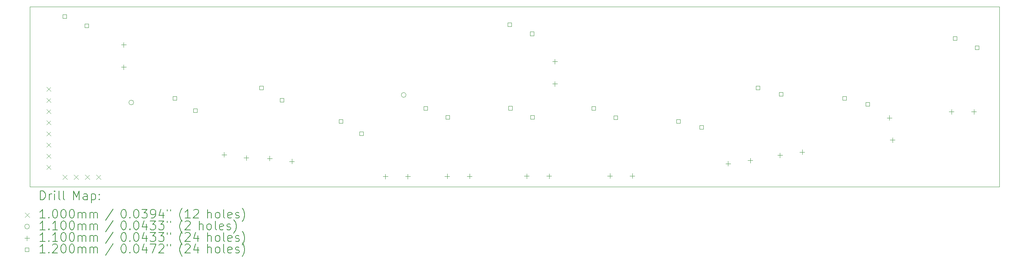
<source format=gbr>
%TF.GenerationSoftware,KiCad,Pcbnew,(7.0.0)*%
%TF.CreationDate,2023-05-23T21:59:02+07:00*%
%TF.ProjectId,top_keyboard_pcb,746f705f-6b65-4796-926f-6172645f7063,rev?*%
%TF.SameCoordinates,Original*%
%TF.FileFunction,Drillmap*%
%TF.FilePolarity,Positive*%
%FSLAX45Y45*%
G04 Gerber Fmt 4.5, Leading zero omitted, Abs format (unit mm)*
G04 Created by KiCad (PCBNEW (7.0.0)) date 2023-05-23 21:59:02*
%MOMM*%
%LPD*%
G01*
G04 APERTURE LIST*
%ADD10C,0.100000*%
%ADD11C,0.200000*%
%ADD12C,0.110000*%
%ADD13C,0.120000*%
G04 APERTURE END LIST*
D10*
X4046453Y-6959636D02*
X26042193Y-6959636D01*
X26042193Y-6959636D02*
X26042193Y-11058065D01*
X26042193Y-11058065D02*
X4046453Y-11058065D01*
X4046453Y-11058065D02*
X4046453Y-6959636D01*
D11*
D10*
X4426993Y-8789211D02*
X4526993Y-8889211D01*
X4526993Y-8789211D02*
X4426993Y-8889211D01*
X4426993Y-9043211D02*
X4526993Y-9143211D01*
X4526993Y-9043211D02*
X4426993Y-9143211D01*
X4426993Y-9297211D02*
X4526993Y-9397211D01*
X4526993Y-9297211D02*
X4426993Y-9397211D01*
X4426993Y-9551211D02*
X4526993Y-9651211D01*
X4526993Y-9551211D02*
X4426993Y-9651211D01*
X4426993Y-9805211D02*
X4526993Y-9905211D01*
X4526993Y-9805211D02*
X4426993Y-9905211D01*
X4426993Y-10059211D02*
X4526993Y-10159211D01*
X4526993Y-10059211D02*
X4426993Y-10159211D01*
X4426993Y-10313211D02*
X4526993Y-10413211D01*
X4526993Y-10313211D02*
X4426993Y-10413211D01*
X4426993Y-10567211D02*
X4526993Y-10667211D01*
X4526993Y-10567211D02*
X4426993Y-10667211D01*
X4795701Y-10793343D02*
X4895701Y-10893343D01*
X4895701Y-10793343D02*
X4795701Y-10893343D01*
X5049701Y-10793343D02*
X5149701Y-10893343D01*
X5149701Y-10793343D02*
X5049701Y-10893343D01*
X5303701Y-10793343D02*
X5403701Y-10893343D01*
X5403701Y-10793343D02*
X5303701Y-10893343D01*
X5557701Y-10793343D02*
X5657701Y-10893343D01*
X5657701Y-10793343D02*
X5557701Y-10893343D01*
D12*
X6405000Y-9144000D02*
G75*
G03*
X6405000Y-9144000I-55000J0D01*
G01*
X12583000Y-8972000D02*
G75*
G03*
X12583000Y-8972000I-55000J0D01*
G01*
X6178000Y-7774000D02*
X6178000Y-7884000D01*
X6123000Y-7829000D02*
X6233000Y-7829000D01*
X6178000Y-8282000D02*
X6178000Y-8392000D01*
X6123000Y-8337000D02*
X6233000Y-8337000D01*
X8454094Y-10276910D02*
X8454094Y-10386910D01*
X8399094Y-10331910D02*
X8509094Y-10331910D01*
X8957150Y-10347610D02*
X8957150Y-10457610D01*
X8902150Y-10402610D02*
X9012150Y-10402610D01*
X9488993Y-10359727D02*
X9488993Y-10469727D01*
X9433993Y-10414727D02*
X9543993Y-10414727D01*
X9992050Y-10430427D02*
X9992050Y-10540427D01*
X9937050Y-10485427D02*
X10047050Y-10485427D01*
X12111080Y-10770031D02*
X12111080Y-10880031D01*
X12056080Y-10825031D02*
X12166080Y-10825031D01*
X12619080Y-10770031D02*
X12619080Y-10880031D01*
X12564080Y-10825031D02*
X12674080Y-10825031D01*
X13515553Y-10765613D02*
X13515553Y-10875613D01*
X13460553Y-10820613D02*
X13570553Y-10820613D01*
X14023553Y-10765613D02*
X14023553Y-10875613D01*
X13968553Y-10820613D02*
X14078553Y-10820613D01*
X15315171Y-10764141D02*
X15315171Y-10874141D01*
X15260171Y-10819141D02*
X15370171Y-10819141D01*
X15823171Y-10764141D02*
X15823171Y-10874141D01*
X15768171Y-10819141D02*
X15878171Y-10819141D01*
X15957000Y-8155000D02*
X15957000Y-8265000D01*
X15902000Y-8210000D02*
X16012000Y-8210000D01*
X15957000Y-8663000D02*
X15957000Y-8773000D01*
X15902000Y-8718000D02*
X16012000Y-8718000D01*
X17206095Y-10759723D02*
X17206095Y-10869723D01*
X17151095Y-10814723D02*
X17261095Y-10814723D01*
X17714095Y-10759723D02*
X17714095Y-10869723D01*
X17659095Y-10814723D02*
X17769095Y-10814723D01*
X19884094Y-10478090D02*
X19884094Y-10588090D01*
X19829094Y-10533090D02*
X19939094Y-10533090D01*
X20387150Y-10407390D02*
X20387150Y-10517390D01*
X20332150Y-10462390D02*
X20442150Y-10462390D01*
X21062570Y-10289733D02*
X21062570Y-10399733D01*
X21007570Y-10344733D02*
X21117570Y-10344733D01*
X21565626Y-10219033D02*
X21565626Y-10329033D01*
X21510626Y-10274033D02*
X21620626Y-10274033D01*
X23543390Y-9439850D02*
X23543390Y-9549850D01*
X23488390Y-9494850D02*
X23598390Y-9494850D01*
X23614090Y-9942907D02*
X23614090Y-10052907D01*
X23559090Y-9997907D02*
X23669090Y-9997907D01*
X24952218Y-9298000D02*
X24952218Y-9408000D01*
X24897218Y-9353000D02*
X25007218Y-9353000D01*
X25460218Y-9298000D02*
X25460218Y-9408000D01*
X25405218Y-9353000D02*
X25515218Y-9353000D01*
D13*
X4878245Y-7227021D02*
X4878245Y-7142167D01*
X4793391Y-7142167D01*
X4793391Y-7227021D01*
X4878245Y-7227021D01*
X5378245Y-7437021D02*
X5378245Y-7352167D01*
X5293391Y-7352167D01*
X5293391Y-7437021D01*
X5378245Y-7437021D01*
X7381119Y-9091209D02*
X7381119Y-9006355D01*
X7296266Y-9006355D01*
X7296266Y-9091209D01*
X7381119Y-9091209D01*
X7847027Y-9368751D02*
X7847027Y-9283898D01*
X7762173Y-9283898D01*
X7762173Y-9368751D01*
X7847027Y-9368751D01*
X9339418Y-8852634D02*
X9339418Y-8767781D01*
X9254565Y-8767781D01*
X9254565Y-8852634D01*
X9339418Y-8852634D01*
X9805326Y-9130177D02*
X9805326Y-9045323D01*
X9720472Y-9045323D01*
X9720472Y-9130177D01*
X9805326Y-9130177D01*
X11148549Y-9613638D02*
X11148549Y-9528784D01*
X11063696Y-9528784D01*
X11063696Y-9613638D01*
X11148549Y-9613638D01*
X11614457Y-9891180D02*
X11614457Y-9806327D01*
X11529603Y-9806327D01*
X11529603Y-9891180D01*
X11614457Y-9891180D01*
X13065832Y-9314435D02*
X13065832Y-9229581D01*
X12980978Y-9229581D01*
X12980978Y-9314435D01*
X13065832Y-9314435D01*
X13565832Y-9524435D02*
X13565832Y-9439581D01*
X13480978Y-9439581D01*
X13480978Y-9524435D01*
X13565832Y-9524435D01*
X14976156Y-7409971D02*
X14976156Y-7325117D01*
X14891302Y-7325117D01*
X14891302Y-7409971D01*
X14976156Y-7409971D01*
X14986427Y-9313427D02*
X14986427Y-9228573D01*
X14901573Y-9228573D01*
X14901573Y-9313427D01*
X14986427Y-9313427D01*
X15476156Y-7619971D02*
X15476156Y-7535117D01*
X15391302Y-7535117D01*
X15391302Y-7619971D01*
X15476156Y-7619971D01*
X15486427Y-9523427D02*
X15486427Y-9438573D01*
X15401573Y-9438573D01*
X15401573Y-9523427D01*
X15486427Y-9523427D01*
X16877356Y-9315714D02*
X16877356Y-9230860D01*
X16792502Y-9230860D01*
X16792502Y-9315714D01*
X16877356Y-9315714D01*
X17377356Y-9525714D02*
X17377356Y-9440860D01*
X17292502Y-9440860D01*
X17292502Y-9525714D01*
X17377356Y-9525714D01*
X18797191Y-9614827D02*
X18797191Y-9529974D01*
X18712338Y-9529974D01*
X18712338Y-9614827D01*
X18797191Y-9614827D01*
X19321552Y-9753197D02*
X19321552Y-9668343D01*
X19236698Y-9668343D01*
X19236698Y-9753197D01*
X19321552Y-9753197D01*
X20603068Y-8856028D02*
X20603068Y-8771174D01*
X20518214Y-8771174D01*
X20518214Y-8856028D01*
X20603068Y-8856028D01*
X21127428Y-8994398D02*
X21127428Y-8909544D01*
X21042575Y-8909544D01*
X21042575Y-8994398D01*
X21127428Y-8994398D01*
X22564680Y-9087975D02*
X22564680Y-9003122D01*
X22479826Y-9003122D01*
X22479826Y-9087975D01*
X22564680Y-9087975D01*
X23089040Y-9226345D02*
X23089040Y-9141491D01*
X23004187Y-9141491D01*
X23004187Y-9226345D01*
X23089040Y-9226345D01*
X25074228Y-7728014D02*
X25074228Y-7643160D01*
X24989374Y-7643160D01*
X24989374Y-7728014D01*
X25074228Y-7728014D01*
X25574228Y-7938014D02*
X25574228Y-7853160D01*
X25489374Y-7853160D01*
X25489374Y-7938014D01*
X25574228Y-7938014D01*
D11*
X4289072Y-11356541D02*
X4289072Y-11156541D01*
X4289072Y-11156541D02*
X4336691Y-11156541D01*
X4336691Y-11156541D02*
X4365262Y-11166065D01*
X4365262Y-11166065D02*
X4384310Y-11185112D01*
X4384310Y-11185112D02*
X4393834Y-11204160D01*
X4393834Y-11204160D02*
X4403358Y-11242255D01*
X4403358Y-11242255D02*
X4403358Y-11270826D01*
X4403358Y-11270826D02*
X4393834Y-11308922D01*
X4393834Y-11308922D02*
X4384310Y-11327969D01*
X4384310Y-11327969D02*
X4365262Y-11347017D01*
X4365262Y-11347017D02*
X4336691Y-11356541D01*
X4336691Y-11356541D02*
X4289072Y-11356541D01*
X4489072Y-11356541D02*
X4489072Y-11223207D01*
X4489072Y-11261303D02*
X4498596Y-11242255D01*
X4498596Y-11242255D02*
X4508120Y-11232731D01*
X4508120Y-11232731D02*
X4527167Y-11223207D01*
X4527167Y-11223207D02*
X4546215Y-11223207D01*
X4612881Y-11356541D02*
X4612881Y-11223207D01*
X4612881Y-11156541D02*
X4603358Y-11166065D01*
X4603358Y-11166065D02*
X4612881Y-11175588D01*
X4612881Y-11175588D02*
X4622405Y-11166065D01*
X4622405Y-11166065D02*
X4612881Y-11156541D01*
X4612881Y-11156541D02*
X4612881Y-11175588D01*
X4736691Y-11356541D02*
X4717643Y-11347017D01*
X4717643Y-11347017D02*
X4708120Y-11327969D01*
X4708120Y-11327969D02*
X4708120Y-11156541D01*
X4841453Y-11356541D02*
X4822405Y-11347017D01*
X4822405Y-11347017D02*
X4812881Y-11327969D01*
X4812881Y-11327969D02*
X4812881Y-11156541D01*
X5037643Y-11356541D02*
X5037643Y-11156541D01*
X5037643Y-11156541D02*
X5104310Y-11299398D01*
X5104310Y-11299398D02*
X5170977Y-11156541D01*
X5170977Y-11156541D02*
X5170977Y-11356541D01*
X5351929Y-11356541D02*
X5351929Y-11251779D01*
X5351929Y-11251779D02*
X5342405Y-11232731D01*
X5342405Y-11232731D02*
X5323358Y-11223207D01*
X5323358Y-11223207D02*
X5285262Y-11223207D01*
X5285262Y-11223207D02*
X5266215Y-11232731D01*
X5351929Y-11347017D02*
X5332881Y-11356541D01*
X5332881Y-11356541D02*
X5285262Y-11356541D01*
X5285262Y-11356541D02*
X5266215Y-11347017D01*
X5266215Y-11347017D02*
X5256691Y-11327969D01*
X5256691Y-11327969D02*
X5256691Y-11308922D01*
X5256691Y-11308922D02*
X5266215Y-11289874D01*
X5266215Y-11289874D02*
X5285262Y-11280350D01*
X5285262Y-11280350D02*
X5332881Y-11280350D01*
X5332881Y-11280350D02*
X5351929Y-11270826D01*
X5447167Y-11223207D02*
X5447167Y-11423207D01*
X5447167Y-11232731D02*
X5466215Y-11223207D01*
X5466215Y-11223207D02*
X5504310Y-11223207D01*
X5504310Y-11223207D02*
X5523358Y-11232731D01*
X5523358Y-11232731D02*
X5532881Y-11242255D01*
X5532881Y-11242255D02*
X5542405Y-11261303D01*
X5542405Y-11261303D02*
X5542405Y-11318445D01*
X5542405Y-11318445D02*
X5532881Y-11337493D01*
X5532881Y-11337493D02*
X5523358Y-11347017D01*
X5523358Y-11347017D02*
X5504310Y-11356541D01*
X5504310Y-11356541D02*
X5466215Y-11356541D01*
X5466215Y-11356541D02*
X5447167Y-11347017D01*
X5628119Y-11337493D02*
X5637643Y-11347017D01*
X5637643Y-11347017D02*
X5628119Y-11356541D01*
X5628119Y-11356541D02*
X5618596Y-11347017D01*
X5618596Y-11347017D02*
X5628119Y-11337493D01*
X5628119Y-11337493D02*
X5628119Y-11356541D01*
X5628119Y-11232731D02*
X5637643Y-11242255D01*
X5637643Y-11242255D02*
X5628119Y-11251779D01*
X5628119Y-11251779D02*
X5618596Y-11242255D01*
X5618596Y-11242255D02*
X5628119Y-11232731D01*
X5628119Y-11232731D02*
X5628119Y-11251779D01*
D10*
X3941453Y-11653065D02*
X4041453Y-11753065D01*
X4041453Y-11653065D02*
X3941453Y-11753065D01*
D11*
X4393834Y-11776541D02*
X4279548Y-11776541D01*
X4336691Y-11776541D02*
X4336691Y-11576541D01*
X4336691Y-11576541D02*
X4317643Y-11605112D01*
X4317643Y-11605112D02*
X4298596Y-11624160D01*
X4298596Y-11624160D02*
X4279548Y-11633684D01*
X4479548Y-11757493D02*
X4489072Y-11767017D01*
X4489072Y-11767017D02*
X4479548Y-11776541D01*
X4479548Y-11776541D02*
X4470024Y-11767017D01*
X4470024Y-11767017D02*
X4479548Y-11757493D01*
X4479548Y-11757493D02*
X4479548Y-11776541D01*
X4612881Y-11576541D02*
X4631929Y-11576541D01*
X4631929Y-11576541D02*
X4650977Y-11586065D01*
X4650977Y-11586065D02*
X4660501Y-11595588D01*
X4660501Y-11595588D02*
X4670024Y-11614636D01*
X4670024Y-11614636D02*
X4679548Y-11652731D01*
X4679548Y-11652731D02*
X4679548Y-11700350D01*
X4679548Y-11700350D02*
X4670024Y-11738445D01*
X4670024Y-11738445D02*
X4660501Y-11757493D01*
X4660501Y-11757493D02*
X4650977Y-11767017D01*
X4650977Y-11767017D02*
X4631929Y-11776541D01*
X4631929Y-11776541D02*
X4612881Y-11776541D01*
X4612881Y-11776541D02*
X4593834Y-11767017D01*
X4593834Y-11767017D02*
X4584310Y-11757493D01*
X4584310Y-11757493D02*
X4574786Y-11738445D01*
X4574786Y-11738445D02*
X4565262Y-11700350D01*
X4565262Y-11700350D02*
X4565262Y-11652731D01*
X4565262Y-11652731D02*
X4574786Y-11614636D01*
X4574786Y-11614636D02*
X4584310Y-11595588D01*
X4584310Y-11595588D02*
X4593834Y-11586065D01*
X4593834Y-11586065D02*
X4612881Y-11576541D01*
X4803358Y-11576541D02*
X4822405Y-11576541D01*
X4822405Y-11576541D02*
X4841453Y-11586065D01*
X4841453Y-11586065D02*
X4850977Y-11595588D01*
X4850977Y-11595588D02*
X4860501Y-11614636D01*
X4860501Y-11614636D02*
X4870024Y-11652731D01*
X4870024Y-11652731D02*
X4870024Y-11700350D01*
X4870024Y-11700350D02*
X4860501Y-11738445D01*
X4860501Y-11738445D02*
X4850977Y-11757493D01*
X4850977Y-11757493D02*
X4841453Y-11767017D01*
X4841453Y-11767017D02*
X4822405Y-11776541D01*
X4822405Y-11776541D02*
X4803358Y-11776541D01*
X4803358Y-11776541D02*
X4784310Y-11767017D01*
X4784310Y-11767017D02*
X4774786Y-11757493D01*
X4774786Y-11757493D02*
X4765262Y-11738445D01*
X4765262Y-11738445D02*
X4755739Y-11700350D01*
X4755739Y-11700350D02*
X4755739Y-11652731D01*
X4755739Y-11652731D02*
X4765262Y-11614636D01*
X4765262Y-11614636D02*
X4774786Y-11595588D01*
X4774786Y-11595588D02*
X4784310Y-11586065D01*
X4784310Y-11586065D02*
X4803358Y-11576541D01*
X4993834Y-11576541D02*
X5012882Y-11576541D01*
X5012882Y-11576541D02*
X5031929Y-11586065D01*
X5031929Y-11586065D02*
X5041453Y-11595588D01*
X5041453Y-11595588D02*
X5050977Y-11614636D01*
X5050977Y-11614636D02*
X5060501Y-11652731D01*
X5060501Y-11652731D02*
X5060501Y-11700350D01*
X5060501Y-11700350D02*
X5050977Y-11738445D01*
X5050977Y-11738445D02*
X5041453Y-11757493D01*
X5041453Y-11757493D02*
X5031929Y-11767017D01*
X5031929Y-11767017D02*
X5012882Y-11776541D01*
X5012882Y-11776541D02*
X4993834Y-11776541D01*
X4993834Y-11776541D02*
X4974786Y-11767017D01*
X4974786Y-11767017D02*
X4965262Y-11757493D01*
X4965262Y-11757493D02*
X4955739Y-11738445D01*
X4955739Y-11738445D02*
X4946215Y-11700350D01*
X4946215Y-11700350D02*
X4946215Y-11652731D01*
X4946215Y-11652731D02*
X4955739Y-11614636D01*
X4955739Y-11614636D02*
X4965262Y-11595588D01*
X4965262Y-11595588D02*
X4974786Y-11586065D01*
X4974786Y-11586065D02*
X4993834Y-11576541D01*
X5146215Y-11776541D02*
X5146215Y-11643207D01*
X5146215Y-11662255D02*
X5155739Y-11652731D01*
X5155739Y-11652731D02*
X5174786Y-11643207D01*
X5174786Y-11643207D02*
X5203358Y-11643207D01*
X5203358Y-11643207D02*
X5222405Y-11652731D01*
X5222405Y-11652731D02*
X5231929Y-11671779D01*
X5231929Y-11671779D02*
X5231929Y-11776541D01*
X5231929Y-11671779D02*
X5241453Y-11652731D01*
X5241453Y-11652731D02*
X5260501Y-11643207D01*
X5260501Y-11643207D02*
X5289072Y-11643207D01*
X5289072Y-11643207D02*
X5308120Y-11652731D01*
X5308120Y-11652731D02*
X5317643Y-11671779D01*
X5317643Y-11671779D02*
X5317643Y-11776541D01*
X5412882Y-11776541D02*
X5412882Y-11643207D01*
X5412882Y-11662255D02*
X5422405Y-11652731D01*
X5422405Y-11652731D02*
X5441453Y-11643207D01*
X5441453Y-11643207D02*
X5470024Y-11643207D01*
X5470024Y-11643207D02*
X5489072Y-11652731D01*
X5489072Y-11652731D02*
X5498596Y-11671779D01*
X5498596Y-11671779D02*
X5498596Y-11776541D01*
X5498596Y-11671779D02*
X5508120Y-11652731D01*
X5508120Y-11652731D02*
X5527167Y-11643207D01*
X5527167Y-11643207D02*
X5555739Y-11643207D01*
X5555739Y-11643207D02*
X5574786Y-11652731D01*
X5574786Y-11652731D02*
X5584310Y-11671779D01*
X5584310Y-11671779D02*
X5584310Y-11776541D01*
X5942405Y-11567017D02*
X5770977Y-11824160D01*
X6167167Y-11576541D02*
X6186215Y-11576541D01*
X6186215Y-11576541D02*
X6205262Y-11586065D01*
X6205262Y-11586065D02*
X6214786Y-11595588D01*
X6214786Y-11595588D02*
X6224310Y-11614636D01*
X6224310Y-11614636D02*
X6233834Y-11652731D01*
X6233834Y-11652731D02*
X6233834Y-11700350D01*
X6233834Y-11700350D02*
X6224310Y-11738445D01*
X6224310Y-11738445D02*
X6214786Y-11757493D01*
X6214786Y-11757493D02*
X6205262Y-11767017D01*
X6205262Y-11767017D02*
X6186215Y-11776541D01*
X6186215Y-11776541D02*
X6167167Y-11776541D01*
X6167167Y-11776541D02*
X6148120Y-11767017D01*
X6148120Y-11767017D02*
X6138596Y-11757493D01*
X6138596Y-11757493D02*
X6129072Y-11738445D01*
X6129072Y-11738445D02*
X6119548Y-11700350D01*
X6119548Y-11700350D02*
X6119548Y-11652731D01*
X6119548Y-11652731D02*
X6129072Y-11614636D01*
X6129072Y-11614636D02*
X6138596Y-11595588D01*
X6138596Y-11595588D02*
X6148120Y-11586065D01*
X6148120Y-11586065D02*
X6167167Y-11576541D01*
X6319548Y-11757493D02*
X6329072Y-11767017D01*
X6329072Y-11767017D02*
X6319548Y-11776541D01*
X6319548Y-11776541D02*
X6310024Y-11767017D01*
X6310024Y-11767017D02*
X6319548Y-11757493D01*
X6319548Y-11757493D02*
X6319548Y-11776541D01*
X6452881Y-11576541D02*
X6471929Y-11576541D01*
X6471929Y-11576541D02*
X6490977Y-11586065D01*
X6490977Y-11586065D02*
X6500501Y-11595588D01*
X6500501Y-11595588D02*
X6510024Y-11614636D01*
X6510024Y-11614636D02*
X6519548Y-11652731D01*
X6519548Y-11652731D02*
X6519548Y-11700350D01*
X6519548Y-11700350D02*
X6510024Y-11738445D01*
X6510024Y-11738445D02*
X6500501Y-11757493D01*
X6500501Y-11757493D02*
X6490977Y-11767017D01*
X6490977Y-11767017D02*
X6471929Y-11776541D01*
X6471929Y-11776541D02*
X6452881Y-11776541D01*
X6452881Y-11776541D02*
X6433834Y-11767017D01*
X6433834Y-11767017D02*
X6424310Y-11757493D01*
X6424310Y-11757493D02*
X6414786Y-11738445D01*
X6414786Y-11738445D02*
X6405262Y-11700350D01*
X6405262Y-11700350D02*
X6405262Y-11652731D01*
X6405262Y-11652731D02*
X6414786Y-11614636D01*
X6414786Y-11614636D02*
X6424310Y-11595588D01*
X6424310Y-11595588D02*
X6433834Y-11586065D01*
X6433834Y-11586065D02*
X6452881Y-11576541D01*
X6586215Y-11576541D02*
X6710024Y-11576541D01*
X6710024Y-11576541D02*
X6643358Y-11652731D01*
X6643358Y-11652731D02*
X6671929Y-11652731D01*
X6671929Y-11652731D02*
X6690977Y-11662255D01*
X6690977Y-11662255D02*
X6700501Y-11671779D01*
X6700501Y-11671779D02*
X6710024Y-11690826D01*
X6710024Y-11690826D02*
X6710024Y-11738445D01*
X6710024Y-11738445D02*
X6700501Y-11757493D01*
X6700501Y-11757493D02*
X6690977Y-11767017D01*
X6690977Y-11767017D02*
X6671929Y-11776541D01*
X6671929Y-11776541D02*
X6614786Y-11776541D01*
X6614786Y-11776541D02*
X6595739Y-11767017D01*
X6595739Y-11767017D02*
X6586215Y-11757493D01*
X6805262Y-11776541D02*
X6843358Y-11776541D01*
X6843358Y-11776541D02*
X6862405Y-11767017D01*
X6862405Y-11767017D02*
X6871929Y-11757493D01*
X6871929Y-11757493D02*
X6890977Y-11728922D01*
X6890977Y-11728922D02*
X6900501Y-11690826D01*
X6900501Y-11690826D02*
X6900501Y-11614636D01*
X6900501Y-11614636D02*
X6890977Y-11595588D01*
X6890977Y-11595588D02*
X6881453Y-11586065D01*
X6881453Y-11586065D02*
X6862405Y-11576541D01*
X6862405Y-11576541D02*
X6824310Y-11576541D01*
X6824310Y-11576541D02*
X6805262Y-11586065D01*
X6805262Y-11586065D02*
X6795739Y-11595588D01*
X6795739Y-11595588D02*
X6786215Y-11614636D01*
X6786215Y-11614636D02*
X6786215Y-11662255D01*
X6786215Y-11662255D02*
X6795739Y-11681303D01*
X6795739Y-11681303D02*
X6805262Y-11690826D01*
X6805262Y-11690826D02*
X6824310Y-11700350D01*
X6824310Y-11700350D02*
X6862405Y-11700350D01*
X6862405Y-11700350D02*
X6881453Y-11690826D01*
X6881453Y-11690826D02*
X6890977Y-11681303D01*
X6890977Y-11681303D02*
X6900501Y-11662255D01*
X7071929Y-11643207D02*
X7071929Y-11776541D01*
X7024310Y-11567017D02*
X6976691Y-11709874D01*
X6976691Y-11709874D02*
X7100501Y-11709874D01*
X7167167Y-11576541D02*
X7167167Y-11614636D01*
X7243358Y-11576541D02*
X7243358Y-11614636D01*
X7506215Y-11852731D02*
X7496691Y-11843207D01*
X7496691Y-11843207D02*
X7477643Y-11814636D01*
X7477643Y-11814636D02*
X7468120Y-11795588D01*
X7468120Y-11795588D02*
X7458596Y-11767017D01*
X7458596Y-11767017D02*
X7449072Y-11719398D01*
X7449072Y-11719398D02*
X7449072Y-11681303D01*
X7449072Y-11681303D02*
X7458596Y-11633684D01*
X7458596Y-11633684D02*
X7468120Y-11605112D01*
X7468120Y-11605112D02*
X7477643Y-11586065D01*
X7477643Y-11586065D02*
X7496691Y-11557493D01*
X7496691Y-11557493D02*
X7506215Y-11547969D01*
X7687167Y-11776541D02*
X7572882Y-11776541D01*
X7630024Y-11776541D02*
X7630024Y-11576541D01*
X7630024Y-11576541D02*
X7610977Y-11605112D01*
X7610977Y-11605112D02*
X7591929Y-11624160D01*
X7591929Y-11624160D02*
X7572882Y-11633684D01*
X7763358Y-11595588D02*
X7772882Y-11586065D01*
X7772882Y-11586065D02*
X7791929Y-11576541D01*
X7791929Y-11576541D02*
X7839548Y-11576541D01*
X7839548Y-11576541D02*
X7858596Y-11586065D01*
X7858596Y-11586065D02*
X7868120Y-11595588D01*
X7868120Y-11595588D02*
X7877643Y-11614636D01*
X7877643Y-11614636D02*
X7877643Y-11633684D01*
X7877643Y-11633684D02*
X7868120Y-11662255D01*
X7868120Y-11662255D02*
X7753834Y-11776541D01*
X7753834Y-11776541D02*
X7877643Y-11776541D01*
X8083358Y-11776541D02*
X8083358Y-11576541D01*
X8169072Y-11776541D02*
X8169072Y-11671779D01*
X8169072Y-11671779D02*
X8159548Y-11652731D01*
X8159548Y-11652731D02*
X8140501Y-11643207D01*
X8140501Y-11643207D02*
X8111929Y-11643207D01*
X8111929Y-11643207D02*
X8092882Y-11652731D01*
X8092882Y-11652731D02*
X8083358Y-11662255D01*
X8292882Y-11776541D02*
X8273834Y-11767017D01*
X8273834Y-11767017D02*
X8264310Y-11757493D01*
X8264310Y-11757493D02*
X8254786Y-11738445D01*
X8254786Y-11738445D02*
X8254786Y-11681303D01*
X8254786Y-11681303D02*
X8264310Y-11662255D01*
X8264310Y-11662255D02*
X8273834Y-11652731D01*
X8273834Y-11652731D02*
X8292882Y-11643207D01*
X8292882Y-11643207D02*
X8321453Y-11643207D01*
X8321453Y-11643207D02*
X8340501Y-11652731D01*
X8340501Y-11652731D02*
X8350024Y-11662255D01*
X8350024Y-11662255D02*
X8359548Y-11681303D01*
X8359548Y-11681303D02*
X8359548Y-11738445D01*
X8359548Y-11738445D02*
X8350024Y-11757493D01*
X8350024Y-11757493D02*
X8340501Y-11767017D01*
X8340501Y-11767017D02*
X8321453Y-11776541D01*
X8321453Y-11776541D02*
X8292882Y-11776541D01*
X8473834Y-11776541D02*
X8454786Y-11767017D01*
X8454786Y-11767017D02*
X8445263Y-11747969D01*
X8445263Y-11747969D02*
X8445263Y-11576541D01*
X8626215Y-11767017D02*
X8607167Y-11776541D01*
X8607167Y-11776541D02*
X8569072Y-11776541D01*
X8569072Y-11776541D02*
X8550025Y-11767017D01*
X8550025Y-11767017D02*
X8540501Y-11747969D01*
X8540501Y-11747969D02*
X8540501Y-11671779D01*
X8540501Y-11671779D02*
X8550025Y-11652731D01*
X8550025Y-11652731D02*
X8569072Y-11643207D01*
X8569072Y-11643207D02*
X8607167Y-11643207D01*
X8607167Y-11643207D02*
X8626215Y-11652731D01*
X8626215Y-11652731D02*
X8635739Y-11671779D01*
X8635739Y-11671779D02*
X8635739Y-11690826D01*
X8635739Y-11690826D02*
X8540501Y-11709874D01*
X8711929Y-11767017D02*
X8730977Y-11776541D01*
X8730977Y-11776541D02*
X8769072Y-11776541D01*
X8769072Y-11776541D02*
X8788120Y-11767017D01*
X8788120Y-11767017D02*
X8797644Y-11747969D01*
X8797644Y-11747969D02*
X8797644Y-11738445D01*
X8797644Y-11738445D02*
X8788120Y-11719398D01*
X8788120Y-11719398D02*
X8769072Y-11709874D01*
X8769072Y-11709874D02*
X8740501Y-11709874D01*
X8740501Y-11709874D02*
X8721453Y-11700350D01*
X8721453Y-11700350D02*
X8711929Y-11681303D01*
X8711929Y-11681303D02*
X8711929Y-11671779D01*
X8711929Y-11671779D02*
X8721453Y-11652731D01*
X8721453Y-11652731D02*
X8740501Y-11643207D01*
X8740501Y-11643207D02*
X8769072Y-11643207D01*
X8769072Y-11643207D02*
X8788120Y-11652731D01*
X8864310Y-11852731D02*
X8873834Y-11843207D01*
X8873834Y-11843207D02*
X8892882Y-11814636D01*
X8892882Y-11814636D02*
X8902406Y-11795588D01*
X8902406Y-11795588D02*
X8911929Y-11767017D01*
X8911929Y-11767017D02*
X8921453Y-11719398D01*
X8921453Y-11719398D02*
X8921453Y-11681303D01*
X8921453Y-11681303D02*
X8911929Y-11633684D01*
X8911929Y-11633684D02*
X8902406Y-11605112D01*
X8902406Y-11605112D02*
X8892882Y-11586065D01*
X8892882Y-11586065D02*
X8873834Y-11557493D01*
X8873834Y-11557493D02*
X8864310Y-11547969D01*
D12*
X4041453Y-11967065D02*
G75*
G03*
X4041453Y-11967065I-55000J0D01*
G01*
D11*
X4393834Y-12040541D02*
X4279548Y-12040541D01*
X4336691Y-12040541D02*
X4336691Y-11840541D01*
X4336691Y-11840541D02*
X4317643Y-11869112D01*
X4317643Y-11869112D02*
X4298596Y-11888160D01*
X4298596Y-11888160D02*
X4279548Y-11897684D01*
X4479548Y-12021493D02*
X4489072Y-12031017D01*
X4489072Y-12031017D02*
X4479548Y-12040541D01*
X4479548Y-12040541D02*
X4470024Y-12031017D01*
X4470024Y-12031017D02*
X4479548Y-12021493D01*
X4479548Y-12021493D02*
X4479548Y-12040541D01*
X4679548Y-12040541D02*
X4565262Y-12040541D01*
X4622405Y-12040541D02*
X4622405Y-11840541D01*
X4622405Y-11840541D02*
X4603358Y-11869112D01*
X4603358Y-11869112D02*
X4584310Y-11888160D01*
X4584310Y-11888160D02*
X4565262Y-11897684D01*
X4803358Y-11840541D02*
X4822405Y-11840541D01*
X4822405Y-11840541D02*
X4841453Y-11850065D01*
X4841453Y-11850065D02*
X4850977Y-11859588D01*
X4850977Y-11859588D02*
X4860501Y-11878636D01*
X4860501Y-11878636D02*
X4870024Y-11916731D01*
X4870024Y-11916731D02*
X4870024Y-11964350D01*
X4870024Y-11964350D02*
X4860501Y-12002445D01*
X4860501Y-12002445D02*
X4850977Y-12021493D01*
X4850977Y-12021493D02*
X4841453Y-12031017D01*
X4841453Y-12031017D02*
X4822405Y-12040541D01*
X4822405Y-12040541D02*
X4803358Y-12040541D01*
X4803358Y-12040541D02*
X4784310Y-12031017D01*
X4784310Y-12031017D02*
X4774786Y-12021493D01*
X4774786Y-12021493D02*
X4765262Y-12002445D01*
X4765262Y-12002445D02*
X4755739Y-11964350D01*
X4755739Y-11964350D02*
X4755739Y-11916731D01*
X4755739Y-11916731D02*
X4765262Y-11878636D01*
X4765262Y-11878636D02*
X4774786Y-11859588D01*
X4774786Y-11859588D02*
X4784310Y-11850065D01*
X4784310Y-11850065D02*
X4803358Y-11840541D01*
X4993834Y-11840541D02*
X5012882Y-11840541D01*
X5012882Y-11840541D02*
X5031929Y-11850065D01*
X5031929Y-11850065D02*
X5041453Y-11859588D01*
X5041453Y-11859588D02*
X5050977Y-11878636D01*
X5050977Y-11878636D02*
X5060501Y-11916731D01*
X5060501Y-11916731D02*
X5060501Y-11964350D01*
X5060501Y-11964350D02*
X5050977Y-12002445D01*
X5050977Y-12002445D02*
X5041453Y-12021493D01*
X5041453Y-12021493D02*
X5031929Y-12031017D01*
X5031929Y-12031017D02*
X5012882Y-12040541D01*
X5012882Y-12040541D02*
X4993834Y-12040541D01*
X4993834Y-12040541D02*
X4974786Y-12031017D01*
X4974786Y-12031017D02*
X4965262Y-12021493D01*
X4965262Y-12021493D02*
X4955739Y-12002445D01*
X4955739Y-12002445D02*
X4946215Y-11964350D01*
X4946215Y-11964350D02*
X4946215Y-11916731D01*
X4946215Y-11916731D02*
X4955739Y-11878636D01*
X4955739Y-11878636D02*
X4965262Y-11859588D01*
X4965262Y-11859588D02*
X4974786Y-11850065D01*
X4974786Y-11850065D02*
X4993834Y-11840541D01*
X5146215Y-12040541D02*
X5146215Y-11907207D01*
X5146215Y-11926255D02*
X5155739Y-11916731D01*
X5155739Y-11916731D02*
X5174786Y-11907207D01*
X5174786Y-11907207D02*
X5203358Y-11907207D01*
X5203358Y-11907207D02*
X5222405Y-11916731D01*
X5222405Y-11916731D02*
X5231929Y-11935779D01*
X5231929Y-11935779D02*
X5231929Y-12040541D01*
X5231929Y-11935779D02*
X5241453Y-11916731D01*
X5241453Y-11916731D02*
X5260501Y-11907207D01*
X5260501Y-11907207D02*
X5289072Y-11907207D01*
X5289072Y-11907207D02*
X5308120Y-11916731D01*
X5308120Y-11916731D02*
X5317643Y-11935779D01*
X5317643Y-11935779D02*
X5317643Y-12040541D01*
X5412882Y-12040541D02*
X5412882Y-11907207D01*
X5412882Y-11926255D02*
X5422405Y-11916731D01*
X5422405Y-11916731D02*
X5441453Y-11907207D01*
X5441453Y-11907207D02*
X5470024Y-11907207D01*
X5470024Y-11907207D02*
X5489072Y-11916731D01*
X5489072Y-11916731D02*
X5498596Y-11935779D01*
X5498596Y-11935779D02*
X5498596Y-12040541D01*
X5498596Y-11935779D02*
X5508120Y-11916731D01*
X5508120Y-11916731D02*
X5527167Y-11907207D01*
X5527167Y-11907207D02*
X5555739Y-11907207D01*
X5555739Y-11907207D02*
X5574786Y-11916731D01*
X5574786Y-11916731D02*
X5584310Y-11935779D01*
X5584310Y-11935779D02*
X5584310Y-12040541D01*
X5942405Y-11831017D02*
X5770977Y-12088160D01*
X6167167Y-11840541D02*
X6186215Y-11840541D01*
X6186215Y-11840541D02*
X6205262Y-11850065D01*
X6205262Y-11850065D02*
X6214786Y-11859588D01*
X6214786Y-11859588D02*
X6224310Y-11878636D01*
X6224310Y-11878636D02*
X6233834Y-11916731D01*
X6233834Y-11916731D02*
X6233834Y-11964350D01*
X6233834Y-11964350D02*
X6224310Y-12002445D01*
X6224310Y-12002445D02*
X6214786Y-12021493D01*
X6214786Y-12021493D02*
X6205262Y-12031017D01*
X6205262Y-12031017D02*
X6186215Y-12040541D01*
X6186215Y-12040541D02*
X6167167Y-12040541D01*
X6167167Y-12040541D02*
X6148120Y-12031017D01*
X6148120Y-12031017D02*
X6138596Y-12021493D01*
X6138596Y-12021493D02*
X6129072Y-12002445D01*
X6129072Y-12002445D02*
X6119548Y-11964350D01*
X6119548Y-11964350D02*
X6119548Y-11916731D01*
X6119548Y-11916731D02*
X6129072Y-11878636D01*
X6129072Y-11878636D02*
X6138596Y-11859588D01*
X6138596Y-11859588D02*
X6148120Y-11850065D01*
X6148120Y-11850065D02*
X6167167Y-11840541D01*
X6319548Y-12021493D02*
X6329072Y-12031017D01*
X6329072Y-12031017D02*
X6319548Y-12040541D01*
X6319548Y-12040541D02*
X6310024Y-12031017D01*
X6310024Y-12031017D02*
X6319548Y-12021493D01*
X6319548Y-12021493D02*
X6319548Y-12040541D01*
X6452881Y-11840541D02*
X6471929Y-11840541D01*
X6471929Y-11840541D02*
X6490977Y-11850065D01*
X6490977Y-11850065D02*
X6500501Y-11859588D01*
X6500501Y-11859588D02*
X6510024Y-11878636D01*
X6510024Y-11878636D02*
X6519548Y-11916731D01*
X6519548Y-11916731D02*
X6519548Y-11964350D01*
X6519548Y-11964350D02*
X6510024Y-12002445D01*
X6510024Y-12002445D02*
X6500501Y-12021493D01*
X6500501Y-12021493D02*
X6490977Y-12031017D01*
X6490977Y-12031017D02*
X6471929Y-12040541D01*
X6471929Y-12040541D02*
X6452881Y-12040541D01*
X6452881Y-12040541D02*
X6433834Y-12031017D01*
X6433834Y-12031017D02*
X6424310Y-12021493D01*
X6424310Y-12021493D02*
X6414786Y-12002445D01*
X6414786Y-12002445D02*
X6405262Y-11964350D01*
X6405262Y-11964350D02*
X6405262Y-11916731D01*
X6405262Y-11916731D02*
X6414786Y-11878636D01*
X6414786Y-11878636D02*
X6424310Y-11859588D01*
X6424310Y-11859588D02*
X6433834Y-11850065D01*
X6433834Y-11850065D02*
X6452881Y-11840541D01*
X6690977Y-11907207D02*
X6690977Y-12040541D01*
X6643358Y-11831017D02*
X6595739Y-11973874D01*
X6595739Y-11973874D02*
X6719548Y-11973874D01*
X6776691Y-11840541D02*
X6900501Y-11840541D01*
X6900501Y-11840541D02*
X6833834Y-11916731D01*
X6833834Y-11916731D02*
X6862405Y-11916731D01*
X6862405Y-11916731D02*
X6881453Y-11926255D01*
X6881453Y-11926255D02*
X6890977Y-11935779D01*
X6890977Y-11935779D02*
X6900501Y-11954826D01*
X6900501Y-11954826D02*
X6900501Y-12002445D01*
X6900501Y-12002445D02*
X6890977Y-12021493D01*
X6890977Y-12021493D02*
X6881453Y-12031017D01*
X6881453Y-12031017D02*
X6862405Y-12040541D01*
X6862405Y-12040541D02*
X6805262Y-12040541D01*
X6805262Y-12040541D02*
X6786215Y-12031017D01*
X6786215Y-12031017D02*
X6776691Y-12021493D01*
X6967167Y-11840541D02*
X7090977Y-11840541D01*
X7090977Y-11840541D02*
X7024310Y-11916731D01*
X7024310Y-11916731D02*
X7052882Y-11916731D01*
X7052882Y-11916731D02*
X7071929Y-11926255D01*
X7071929Y-11926255D02*
X7081453Y-11935779D01*
X7081453Y-11935779D02*
X7090977Y-11954826D01*
X7090977Y-11954826D02*
X7090977Y-12002445D01*
X7090977Y-12002445D02*
X7081453Y-12021493D01*
X7081453Y-12021493D02*
X7071929Y-12031017D01*
X7071929Y-12031017D02*
X7052882Y-12040541D01*
X7052882Y-12040541D02*
X6995739Y-12040541D01*
X6995739Y-12040541D02*
X6976691Y-12031017D01*
X6976691Y-12031017D02*
X6967167Y-12021493D01*
X7167167Y-11840541D02*
X7167167Y-11878636D01*
X7243358Y-11840541D02*
X7243358Y-11878636D01*
X7506215Y-12116731D02*
X7496691Y-12107207D01*
X7496691Y-12107207D02*
X7477643Y-12078636D01*
X7477643Y-12078636D02*
X7468120Y-12059588D01*
X7468120Y-12059588D02*
X7458596Y-12031017D01*
X7458596Y-12031017D02*
X7449072Y-11983398D01*
X7449072Y-11983398D02*
X7449072Y-11945303D01*
X7449072Y-11945303D02*
X7458596Y-11897684D01*
X7458596Y-11897684D02*
X7468120Y-11869112D01*
X7468120Y-11869112D02*
X7477643Y-11850065D01*
X7477643Y-11850065D02*
X7496691Y-11821493D01*
X7496691Y-11821493D02*
X7506215Y-11811969D01*
X7572882Y-11859588D02*
X7582405Y-11850065D01*
X7582405Y-11850065D02*
X7601453Y-11840541D01*
X7601453Y-11840541D02*
X7649072Y-11840541D01*
X7649072Y-11840541D02*
X7668120Y-11850065D01*
X7668120Y-11850065D02*
X7677643Y-11859588D01*
X7677643Y-11859588D02*
X7687167Y-11878636D01*
X7687167Y-11878636D02*
X7687167Y-11897684D01*
X7687167Y-11897684D02*
X7677643Y-11926255D01*
X7677643Y-11926255D02*
X7563358Y-12040541D01*
X7563358Y-12040541D02*
X7687167Y-12040541D01*
X7892882Y-12040541D02*
X7892882Y-11840541D01*
X7978596Y-12040541D02*
X7978596Y-11935779D01*
X7978596Y-11935779D02*
X7969072Y-11916731D01*
X7969072Y-11916731D02*
X7950024Y-11907207D01*
X7950024Y-11907207D02*
X7921453Y-11907207D01*
X7921453Y-11907207D02*
X7902405Y-11916731D01*
X7902405Y-11916731D02*
X7892882Y-11926255D01*
X8102405Y-12040541D02*
X8083358Y-12031017D01*
X8083358Y-12031017D02*
X8073834Y-12021493D01*
X8073834Y-12021493D02*
X8064310Y-12002445D01*
X8064310Y-12002445D02*
X8064310Y-11945303D01*
X8064310Y-11945303D02*
X8073834Y-11926255D01*
X8073834Y-11926255D02*
X8083358Y-11916731D01*
X8083358Y-11916731D02*
X8102405Y-11907207D01*
X8102405Y-11907207D02*
X8130977Y-11907207D01*
X8130977Y-11907207D02*
X8150024Y-11916731D01*
X8150024Y-11916731D02*
X8159548Y-11926255D01*
X8159548Y-11926255D02*
X8169072Y-11945303D01*
X8169072Y-11945303D02*
X8169072Y-12002445D01*
X8169072Y-12002445D02*
X8159548Y-12021493D01*
X8159548Y-12021493D02*
X8150024Y-12031017D01*
X8150024Y-12031017D02*
X8130977Y-12040541D01*
X8130977Y-12040541D02*
X8102405Y-12040541D01*
X8283358Y-12040541D02*
X8264310Y-12031017D01*
X8264310Y-12031017D02*
X8254786Y-12011969D01*
X8254786Y-12011969D02*
X8254786Y-11840541D01*
X8435739Y-12031017D02*
X8416691Y-12040541D01*
X8416691Y-12040541D02*
X8378596Y-12040541D01*
X8378596Y-12040541D02*
X8359548Y-12031017D01*
X8359548Y-12031017D02*
X8350024Y-12011969D01*
X8350024Y-12011969D02*
X8350024Y-11935779D01*
X8350024Y-11935779D02*
X8359548Y-11916731D01*
X8359548Y-11916731D02*
X8378596Y-11907207D01*
X8378596Y-11907207D02*
X8416691Y-11907207D01*
X8416691Y-11907207D02*
X8435739Y-11916731D01*
X8435739Y-11916731D02*
X8445263Y-11935779D01*
X8445263Y-11935779D02*
X8445263Y-11954826D01*
X8445263Y-11954826D02*
X8350024Y-11973874D01*
X8521453Y-12031017D02*
X8540501Y-12040541D01*
X8540501Y-12040541D02*
X8578596Y-12040541D01*
X8578596Y-12040541D02*
X8597644Y-12031017D01*
X8597644Y-12031017D02*
X8607167Y-12011969D01*
X8607167Y-12011969D02*
X8607167Y-12002445D01*
X8607167Y-12002445D02*
X8597644Y-11983398D01*
X8597644Y-11983398D02*
X8578596Y-11973874D01*
X8578596Y-11973874D02*
X8550025Y-11973874D01*
X8550025Y-11973874D02*
X8530977Y-11964350D01*
X8530977Y-11964350D02*
X8521453Y-11945303D01*
X8521453Y-11945303D02*
X8521453Y-11935779D01*
X8521453Y-11935779D02*
X8530977Y-11916731D01*
X8530977Y-11916731D02*
X8550025Y-11907207D01*
X8550025Y-11907207D02*
X8578596Y-11907207D01*
X8578596Y-11907207D02*
X8597644Y-11916731D01*
X8673834Y-12116731D02*
X8683358Y-12107207D01*
X8683358Y-12107207D02*
X8702406Y-12078636D01*
X8702406Y-12078636D02*
X8711929Y-12059588D01*
X8711929Y-12059588D02*
X8721453Y-12031017D01*
X8721453Y-12031017D02*
X8730977Y-11983398D01*
X8730977Y-11983398D02*
X8730977Y-11945303D01*
X8730977Y-11945303D02*
X8721453Y-11897684D01*
X8721453Y-11897684D02*
X8711929Y-11869112D01*
X8711929Y-11869112D02*
X8702406Y-11850065D01*
X8702406Y-11850065D02*
X8683358Y-11821493D01*
X8683358Y-11821493D02*
X8673834Y-11811969D01*
D12*
X3986453Y-12176065D02*
X3986453Y-12286065D01*
X3931453Y-12231065D02*
X4041453Y-12231065D01*
D11*
X4393834Y-12304541D02*
X4279548Y-12304541D01*
X4336691Y-12304541D02*
X4336691Y-12104541D01*
X4336691Y-12104541D02*
X4317643Y-12133112D01*
X4317643Y-12133112D02*
X4298596Y-12152160D01*
X4298596Y-12152160D02*
X4279548Y-12161684D01*
X4479548Y-12285493D02*
X4489072Y-12295017D01*
X4489072Y-12295017D02*
X4479548Y-12304541D01*
X4479548Y-12304541D02*
X4470024Y-12295017D01*
X4470024Y-12295017D02*
X4479548Y-12285493D01*
X4479548Y-12285493D02*
X4479548Y-12304541D01*
X4679548Y-12304541D02*
X4565262Y-12304541D01*
X4622405Y-12304541D02*
X4622405Y-12104541D01*
X4622405Y-12104541D02*
X4603358Y-12133112D01*
X4603358Y-12133112D02*
X4584310Y-12152160D01*
X4584310Y-12152160D02*
X4565262Y-12161684D01*
X4803358Y-12104541D02*
X4822405Y-12104541D01*
X4822405Y-12104541D02*
X4841453Y-12114065D01*
X4841453Y-12114065D02*
X4850977Y-12123588D01*
X4850977Y-12123588D02*
X4860501Y-12142636D01*
X4860501Y-12142636D02*
X4870024Y-12180731D01*
X4870024Y-12180731D02*
X4870024Y-12228350D01*
X4870024Y-12228350D02*
X4860501Y-12266445D01*
X4860501Y-12266445D02*
X4850977Y-12285493D01*
X4850977Y-12285493D02*
X4841453Y-12295017D01*
X4841453Y-12295017D02*
X4822405Y-12304541D01*
X4822405Y-12304541D02*
X4803358Y-12304541D01*
X4803358Y-12304541D02*
X4784310Y-12295017D01*
X4784310Y-12295017D02*
X4774786Y-12285493D01*
X4774786Y-12285493D02*
X4765262Y-12266445D01*
X4765262Y-12266445D02*
X4755739Y-12228350D01*
X4755739Y-12228350D02*
X4755739Y-12180731D01*
X4755739Y-12180731D02*
X4765262Y-12142636D01*
X4765262Y-12142636D02*
X4774786Y-12123588D01*
X4774786Y-12123588D02*
X4784310Y-12114065D01*
X4784310Y-12114065D02*
X4803358Y-12104541D01*
X4993834Y-12104541D02*
X5012882Y-12104541D01*
X5012882Y-12104541D02*
X5031929Y-12114065D01*
X5031929Y-12114065D02*
X5041453Y-12123588D01*
X5041453Y-12123588D02*
X5050977Y-12142636D01*
X5050977Y-12142636D02*
X5060501Y-12180731D01*
X5060501Y-12180731D02*
X5060501Y-12228350D01*
X5060501Y-12228350D02*
X5050977Y-12266445D01*
X5050977Y-12266445D02*
X5041453Y-12285493D01*
X5041453Y-12285493D02*
X5031929Y-12295017D01*
X5031929Y-12295017D02*
X5012882Y-12304541D01*
X5012882Y-12304541D02*
X4993834Y-12304541D01*
X4993834Y-12304541D02*
X4974786Y-12295017D01*
X4974786Y-12295017D02*
X4965262Y-12285493D01*
X4965262Y-12285493D02*
X4955739Y-12266445D01*
X4955739Y-12266445D02*
X4946215Y-12228350D01*
X4946215Y-12228350D02*
X4946215Y-12180731D01*
X4946215Y-12180731D02*
X4955739Y-12142636D01*
X4955739Y-12142636D02*
X4965262Y-12123588D01*
X4965262Y-12123588D02*
X4974786Y-12114065D01*
X4974786Y-12114065D02*
X4993834Y-12104541D01*
X5146215Y-12304541D02*
X5146215Y-12171207D01*
X5146215Y-12190255D02*
X5155739Y-12180731D01*
X5155739Y-12180731D02*
X5174786Y-12171207D01*
X5174786Y-12171207D02*
X5203358Y-12171207D01*
X5203358Y-12171207D02*
X5222405Y-12180731D01*
X5222405Y-12180731D02*
X5231929Y-12199779D01*
X5231929Y-12199779D02*
X5231929Y-12304541D01*
X5231929Y-12199779D02*
X5241453Y-12180731D01*
X5241453Y-12180731D02*
X5260501Y-12171207D01*
X5260501Y-12171207D02*
X5289072Y-12171207D01*
X5289072Y-12171207D02*
X5308120Y-12180731D01*
X5308120Y-12180731D02*
X5317643Y-12199779D01*
X5317643Y-12199779D02*
X5317643Y-12304541D01*
X5412882Y-12304541D02*
X5412882Y-12171207D01*
X5412882Y-12190255D02*
X5422405Y-12180731D01*
X5422405Y-12180731D02*
X5441453Y-12171207D01*
X5441453Y-12171207D02*
X5470024Y-12171207D01*
X5470024Y-12171207D02*
X5489072Y-12180731D01*
X5489072Y-12180731D02*
X5498596Y-12199779D01*
X5498596Y-12199779D02*
X5498596Y-12304541D01*
X5498596Y-12199779D02*
X5508120Y-12180731D01*
X5508120Y-12180731D02*
X5527167Y-12171207D01*
X5527167Y-12171207D02*
X5555739Y-12171207D01*
X5555739Y-12171207D02*
X5574786Y-12180731D01*
X5574786Y-12180731D02*
X5584310Y-12199779D01*
X5584310Y-12199779D02*
X5584310Y-12304541D01*
X5942405Y-12095017D02*
X5770977Y-12352160D01*
X6167167Y-12104541D02*
X6186215Y-12104541D01*
X6186215Y-12104541D02*
X6205262Y-12114065D01*
X6205262Y-12114065D02*
X6214786Y-12123588D01*
X6214786Y-12123588D02*
X6224310Y-12142636D01*
X6224310Y-12142636D02*
X6233834Y-12180731D01*
X6233834Y-12180731D02*
X6233834Y-12228350D01*
X6233834Y-12228350D02*
X6224310Y-12266445D01*
X6224310Y-12266445D02*
X6214786Y-12285493D01*
X6214786Y-12285493D02*
X6205262Y-12295017D01*
X6205262Y-12295017D02*
X6186215Y-12304541D01*
X6186215Y-12304541D02*
X6167167Y-12304541D01*
X6167167Y-12304541D02*
X6148120Y-12295017D01*
X6148120Y-12295017D02*
X6138596Y-12285493D01*
X6138596Y-12285493D02*
X6129072Y-12266445D01*
X6129072Y-12266445D02*
X6119548Y-12228350D01*
X6119548Y-12228350D02*
X6119548Y-12180731D01*
X6119548Y-12180731D02*
X6129072Y-12142636D01*
X6129072Y-12142636D02*
X6138596Y-12123588D01*
X6138596Y-12123588D02*
X6148120Y-12114065D01*
X6148120Y-12114065D02*
X6167167Y-12104541D01*
X6319548Y-12285493D02*
X6329072Y-12295017D01*
X6329072Y-12295017D02*
X6319548Y-12304541D01*
X6319548Y-12304541D02*
X6310024Y-12295017D01*
X6310024Y-12295017D02*
X6319548Y-12285493D01*
X6319548Y-12285493D02*
X6319548Y-12304541D01*
X6452881Y-12104541D02*
X6471929Y-12104541D01*
X6471929Y-12104541D02*
X6490977Y-12114065D01*
X6490977Y-12114065D02*
X6500501Y-12123588D01*
X6500501Y-12123588D02*
X6510024Y-12142636D01*
X6510024Y-12142636D02*
X6519548Y-12180731D01*
X6519548Y-12180731D02*
X6519548Y-12228350D01*
X6519548Y-12228350D02*
X6510024Y-12266445D01*
X6510024Y-12266445D02*
X6500501Y-12285493D01*
X6500501Y-12285493D02*
X6490977Y-12295017D01*
X6490977Y-12295017D02*
X6471929Y-12304541D01*
X6471929Y-12304541D02*
X6452881Y-12304541D01*
X6452881Y-12304541D02*
X6433834Y-12295017D01*
X6433834Y-12295017D02*
X6424310Y-12285493D01*
X6424310Y-12285493D02*
X6414786Y-12266445D01*
X6414786Y-12266445D02*
X6405262Y-12228350D01*
X6405262Y-12228350D02*
X6405262Y-12180731D01*
X6405262Y-12180731D02*
X6414786Y-12142636D01*
X6414786Y-12142636D02*
X6424310Y-12123588D01*
X6424310Y-12123588D02*
X6433834Y-12114065D01*
X6433834Y-12114065D02*
X6452881Y-12104541D01*
X6690977Y-12171207D02*
X6690977Y-12304541D01*
X6643358Y-12095017D02*
X6595739Y-12237874D01*
X6595739Y-12237874D02*
X6719548Y-12237874D01*
X6776691Y-12104541D02*
X6900501Y-12104541D01*
X6900501Y-12104541D02*
X6833834Y-12180731D01*
X6833834Y-12180731D02*
X6862405Y-12180731D01*
X6862405Y-12180731D02*
X6881453Y-12190255D01*
X6881453Y-12190255D02*
X6890977Y-12199779D01*
X6890977Y-12199779D02*
X6900501Y-12218826D01*
X6900501Y-12218826D02*
X6900501Y-12266445D01*
X6900501Y-12266445D02*
X6890977Y-12285493D01*
X6890977Y-12285493D02*
X6881453Y-12295017D01*
X6881453Y-12295017D02*
X6862405Y-12304541D01*
X6862405Y-12304541D02*
X6805262Y-12304541D01*
X6805262Y-12304541D02*
X6786215Y-12295017D01*
X6786215Y-12295017D02*
X6776691Y-12285493D01*
X6967167Y-12104541D02*
X7090977Y-12104541D01*
X7090977Y-12104541D02*
X7024310Y-12180731D01*
X7024310Y-12180731D02*
X7052882Y-12180731D01*
X7052882Y-12180731D02*
X7071929Y-12190255D01*
X7071929Y-12190255D02*
X7081453Y-12199779D01*
X7081453Y-12199779D02*
X7090977Y-12218826D01*
X7090977Y-12218826D02*
X7090977Y-12266445D01*
X7090977Y-12266445D02*
X7081453Y-12285493D01*
X7081453Y-12285493D02*
X7071929Y-12295017D01*
X7071929Y-12295017D02*
X7052882Y-12304541D01*
X7052882Y-12304541D02*
X6995739Y-12304541D01*
X6995739Y-12304541D02*
X6976691Y-12295017D01*
X6976691Y-12295017D02*
X6967167Y-12285493D01*
X7167167Y-12104541D02*
X7167167Y-12142636D01*
X7243358Y-12104541D02*
X7243358Y-12142636D01*
X7506215Y-12380731D02*
X7496691Y-12371207D01*
X7496691Y-12371207D02*
X7477643Y-12342636D01*
X7477643Y-12342636D02*
X7468120Y-12323588D01*
X7468120Y-12323588D02*
X7458596Y-12295017D01*
X7458596Y-12295017D02*
X7449072Y-12247398D01*
X7449072Y-12247398D02*
X7449072Y-12209303D01*
X7449072Y-12209303D02*
X7458596Y-12161684D01*
X7458596Y-12161684D02*
X7468120Y-12133112D01*
X7468120Y-12133112D02*
X7477643Y-12114065D01*
X7477643Y-12114065D02*
X7496691Y-12085493D01*
X7496691Y-12085493D02*
X7506215Y-12075969D01*
X7572882Y-12123588D02*
X7582405Y-12114065D01*
X7582405Y-12114065D02*
X7601453Y-12104541D01*
X7601453Y-12104541D02*
X7649072Y-12104541D01*
X7649072Y-12104541D02*
X7668120Y-12114065D01*
X7668120Y-12114065D02*
X7677643Y-12123588D01*
X7677643Y-12123588D02*
X7687167Y-12142636D01*
X7687167Y-12142636D02*
X7687167Y-12161684D01*
X7687167Y-12161684D02*
X7677643Y-12190255D01*
X7677643Y-12190255D02*
X7563358Y-12304541D01*
X7563358Y-12304541D02*
X7687167Y-12304541D01*
X7858596Y-12171207D02*
X7858596Y-12304541D01*
X7810977Y-12095017D02*
X7763358Y-12237874D01*
X7763358Y-12237874D02*
X7887167Y-12237874D01*
X8083358Y-12304541D02*
X8083358Y-12104541D01*
X8169072Y-12304541D02*
X8169072Y-12199779D01*
X8169072Y-12199779D02*
X8159548Y-12180731D01*
X8159548Y-12180731D02*
X8140501Y-12171207D01*
X8140501Y-12171207D02*
X8111929Y-12171207D01*
X8111929Y-12171207D02*
X8092882Y-12180731D01*
X8092882Y-12180731D02*
X8083358Y-12190255D01*
X8292882Y-12304541D02*
X8273834Y-12295017D01*
X8273834Y-12295017D02*
X8264310Y-12285493D01*
X8264310Y-12285493D02*
X8254786Y-12266445D01*
X8254786Y-12266445D02*
X8254786Y-12209303D01*
X8254786Y-12209303D02*
X8264310Y-12190255D01*
X8264310Y-12190255D02*
X8273834Y-12180731D01*
X8273834Y-12180731D02*
X8292882Y-12171207D01*
X8292882Y-12171207D02*
X8321453Y-12171207D01*
X8321453Y-12171207D02*
X8340501Y-12180731D01*
X8340501Y-12180731D02*
X8350024Y-12190255D01*
X8350024Y-12190255D02*
X8359548Y-12209303D01*
X8359548Y-12209303D02*
X8359548Y-12266445D01*
X8359548Y-12266445D02*
X8350024Y-12285493D01*
X8350024Y-12285493D02*
X8340501Y-12295017D01*
X8340501Y-12295017D02*
X8321453Y-12304541D01*
X8321453Y-12304541D02*
X8292882Y-12304541D01*
X8473834Y-12304541D02*
X8454786Y-12295017D01*
X8454786Y-12295017D02*
X8445263Y-12275969D01*
X8445263Y-12275969D02*
X8445263Y-12104541D01*
X8626215Y-12295017D02*
X8607167Y-12304541D01*
X8607167Y-12304541D02*
X8569072Y-12304541D01*
X8569072Y-12304541D02*
X8550025Y-12295017D01*
X8550025Y-12295017D02*
X8540501Y-12275969D01*
X8540501Y-12275969D02*
X8540501Y-12199779D01*
X8540501Y-12199779D02*
X8550025Y-12180731D01*
X8550025Y-12180731D02*
X8569072Y-12171207D01*
X8569072Y-12171207D02*
X8607167Y-12171207D01*
X8607167Y-12171207D02*
X8626215Y-12180731D01*
X8626215Y-12180731D02*
X8635739Y-12199779D01*
X8635739Y-12199779D02*
X8635739Y-12218826D01*
X8635739Y-12218826D02*
X8540501Y-12237874D01*
X8711929Y-12295017D02*
X8730977Y-12304541D01*
X8730977Y-12304541D02*
X8769072Y-12304541D01*
X8769072Y-12304541D02*
X8788120Y-12295017D01*
X8788120Y-12295017D02*
X8797644Y-12275969D01*
X8797644Y-12275969D02*
X8797644Y-12266445D01*
X8797644Y-12266445D02*
X8788120Y-12247398D01*
X8788120Y-12247398D02*
X8769072Y-12237874D01*
X8769072Y-12237874D02*
X8740501Y-12237874D01*
X8740501Y-12237874D02*
X8721453Y-12228350D01*
X8721453Y-12228350D02*
X8711929Y-12209303D01*
X8711929Y-12209303D02*
X8711929Y-12199779D01*
X8711929Y-12199779D02*
X8721453Y-12180731D01*
X8721453Y-12180731D02*
X8740501Y-12171207D01*
X8740501Y-12171207D02*
X8769072Y-12171207D01*
X8769072Y-12171207D02*
X8788120Y-12180731D01*
X8864310Y-12380731D02*
X8873834Y-12371207D01*
X8873834Y-12371207D02*
X8892882Y-12342636D01*
X8892882Y-12342636D02*
X8902406Y-12323588D01*
X8902406Y-12323588D02*
X8911929Y-12295017D01*
X8911929Y-12295017D02*
X8921453Y-12247398D01*
X8921453Y-12247398D02*
X8921453Y-12209303D01*
X8921453Y-12209303D02*
X8911929Y-12161684D01*
X8911929Y-12161684D02*
X8902406Y-12133112D01*
X8902406Y-12133112D02*
X8892882Y-12114065D01*
X8892882Y-12114065D02*
X8873834Y-12085493D01*
X8873834Y-12085493D02*
X8864310Y-12075969D01*
D13*
X4023880Y-12537491D02*
X4023880Y-12452638D01*
X3939026Y-12452638D01*
X3939026Y-12537491D01*
X4023880Y-12537491D01*
D11*
X4393834Y-12568541D02*
X4279548Y-12568541D01*
X4336691Y-12568541D02*
X4336691Y-12368541D01*
X4336691Y-12368541D02*
X4317643Y-12397112D01*
X4317643Y-12397112D02*
X4298596Y-12416160D01*
X4298596Y-12416160D02*
X4279548Y-12425684D01*
X4479548Y-12549493D02*
X4489072Y-12559017D01*
X4489072Y-12559017D02*
X4479548Y-12568541D01*
X4479548Y-12568541D02*
X4470024Y-12559017D01*
X4470024Y-12559017D02*
X4479548Y-12549493D01*
X4479548Y-12549493D02*
X4479548Y-12568541D01*
X4565262Y-12387588D02*
X4574786Y-12378065D01*
X4574786Y-12378065D02*
X4593834Y-12368541D01*
X4593834Y-12368541D02*
X4641453Y-12368541D01*
X4641453Y-12368541D02*
X4660501Y-12378065D01*
X4660501Y-12378065D02*
X4670024Y-12387588D01*
X4670024Y-12387588D02*
X4679548Y-12406636D01*
X4679548Y-12406636D02*
X4679548Y-12425684D01*
X4679548Y-12425684D02*
X4670024Y-12454255D01*
X4670024Y-12454255D02*
X4555739Y-12568541D01*
X4555739Y-12568541D02*
X4679548Y-12568541D01*
X4803358Y-12368541D02*
X4822405Y-12368541D01*
X4822405Y-12368541D02*
X4841453Y-12378065D01*
X4841453Y-12378065D02*
X4850977Y-12387588D01*
X4850977Y-12387588D02*
X4860501Y-12406636D01*
X4860501Y-12406636D02*
X4870024Y-12444731D01*
X4870024Y-12444731D02*
X4870024Y-12492350D01*
X4870024Y-12492350D02*
X4860501Y-12530445D01*
X4860501Y-12530445D02*
X4850977Y-12549493D01*
X4850977Y-12549493D02*
X4841453Y-12559017D01*
X4841453Y-12559017D02*
X4822405Y-12568541D01*
X4822405Y-12568541D02*
X4803358Y-12568541D01*
X4803358Y-12568541D02*
X4784310Y-12559017D01*
X4784310Y-12559017D02*
X4774786Y-12549493D01*
X4774786Y-12549493D02*
X4765262Y-12530445D01*
X4765262Y-12530445D02*
X4755739Y-12492350D01*
X4755739Y-12492350D02*
X4755739Y-12444731D01*
X4755739Y-12444731D02*
X4765262Y-12406636D01*
X4765262Y-12406636D02*
X4774786Y-12387588D01*
X4774786Y-12387588D02*
X4784310Y-12378065D01*
X4784310Y-12378065D02*
X4803358Y-12368541D01*
X4993834Y-12368541D02*
X5012882Y-12368541D01*
X5012882Y-12368541D02*
X5031929Y-12378065D01*
X5031929Y-12378065D02*
X5041453Y-12387588D01*
X5041453Y-12387588D02*
X5050977Y-12406636D01*
X5050977Y-12406636D02*
X5060501Y-12444731D01*
X5060501Y-12444731D02*
X5060501Y-12492350D01*
X5060501Y-12492350D02*
X5050977Y-12530445D01*
X5050977Y-12530445D02*
X5041453Y-12549493D01*
X5041453Y-12549493D02*
X5031929Y-12559017D01*
X5031929Y-12559017D02*
X5012882Y-12568541D01*
X5012882Y-12568541D02*
X4993834Y-12568541D01*
X4993834Y-12568541D02*
X4974786Y-12559017D01*
X4974786Y-12559017D02*
X4965262Y-12549493D01*
X4965262Y-12549493D02*
X4955739Y-12530445D01*
X4955739Y-12530445D02*
X4946215Y-12492350D01*
X4946215Y-12492350D02*
X4946215Y-12444731D01*
X4946215Y-12444731D02*
X4955739Y-12406636D01*
X4955739Y-12406636D02*
X4965262Y-12387588D01*
X4965262Y-12387588D02*
X4974786Y-12378065D01*
X4974786Y-12378065D02*
X4993834Y-12368541D01*
X5146215Y-12568541D02*
X5146215Y-12435207D01*
X5146215Y-12454255D02*
X5155739Y-12444731D01*
X5155739Y-12444731D02*
X5174786Y-12435207D01*
X5174786Y-12435207D02*
X5203358Y-12435207D01*
X5203358Y-12435207D02*
X5222405Y-12444731D01*
X5222405Y-12444731D02*
X5231929Y-12463779D01*
X5231929Y-12463779D02*
X5231929Y-12568541D01*
X5231929Y-12463779D02*
X5241453Y-12444731D01*
X5241453Y-12444731D02*
X5260501Y-12435207D01*
X5260501Y-12435207D02*
X5289072Y-12435207D01*
X5289072Y-12435207D02*
X5308120Y-12444731D01*
X5308120Y-12444731D02*
X5317643Y-12463779D01*
X5317643Y-12463779D02*
X5317643Y-12568541D01*
X5412882Y-12568541D02*
X5412882Y-12435207D01*
X5412882Y-12454255D02*
X5422405Y-12444731D01*
X5422405Y-12444731D02*
X5441453Y-12435207D01*
X5441453Y-12435207D02*
X5470024Y-12435207D01*
X5470024Y-12435207D02*
X5489072Y-12444731D01*
X5489072Y-12444731D02*
X5498596Y-12463779D01*
X5498596Y-12463779D02*
X5498596Y-12568541D01*
X5498596Y-12463779D02*
X5508120Y-12444731D01*
X5508120Y-12444731D02*
X5527167Y-12435207D01*
X5527167Y-12435207D02*
X5555739Y-12435207D01*
X5555739Y-12435207D02*
X5574786Y-12444731D01*
X5574786Y-12444731D02*
X5584310Y-12463779D01*
X5584310Y-12463779D02*
X5584310Y-12568541D01*
X5942405Y-12359017D02*
X5770977Y-12616160D01*
X6167167Y-12368541D02*
X6186215Y-12368541D01*
X6186215Y-12368541D02*
X6205262Y-12378065D01*
X6205262Y-12378065D02*
X6214786Y-12387588D01*
X6214786Y-12387588D02*
X6224310Y-12406636D01*
X6224310Y-12406636D02*
X6233834Y-12444731D01*
X6233834Y-12444731D02*
X6233834Y-12492350D01*
X6233834Y-12492350D02*
X6224310Y-12530445D01*
X6224310Y-12530445D02*
X6214786Y-12549493D01*
X6214786Y-12549493D02*
X6205262Y-12559017D01*
X6205262Y-12559017D02*
X6186215Y-12568541D01*
X6186215Y-12568541D02*
X6167167Y-12568541D01*
X6167167Y-12568541D02*
X6148120Y-12559017D01*
X6148120Y-12559017D02*
X6138596Y-12549493D01*
X6138596Y-12549493D02*
X6129072Y-12530445D01*
X6129072Y-12530445D02*
X6119548Y-12492350D01*
X6119548Y-12492350D02*
X6119548Y-12444731D01*
X6119548Y-12444731D02*
X6129072Y-12406636D01*
X6129072Y-12406636D02*
X6138596Y-12387588D01*
X6138596Y-12387588D02*
X6148120Y-12378065D01*
X6148120Y-12378065D02*
X6167167Y-12368541D01*
X6319548Y-12549493D02*
X6329072Y-12559017D01*
X6329072Y-12559017D02*
X6319548Y-12568541D01*
X6319548Y-12568541D02*
X6310024Y-12559017D01*
X6310024Y-12559017D02*
X6319548Y-12549493D01*
X6319548Y-12549493D02*
X6319548Y-12568541D01*
X6452881Y-12368541D02*
X6471929Y-12368541D01*
X6471929Y-12368541D02*
X6490977Y-12378065D01*
X6490977Y-12378065D02*
X6500501Y-12387588D01*
X6500501Y-12387588D02*
X6510024Y-12406636D01*
X6510024Y-12406636D02*
X6519548Y-12444731D01*
X6519548Y-12444731D02*
X6519548Y-12492350D01*
X6519548Y-12492350D02*
X6510024Y-12530445D01*
X6510024Y-12530445D02*
X6500501Y-12549493D01*
X6500501Y-12549493D02*
X6490977Y-12559017D01*
X6490977Y-12559017D02*
X6471929Y-12568541D01*
X6471929Y-12568541D02*
X6452881Y-12568541D01*
X6452881Y-12568541D02*
X6433834Y-12559017D01*
X6433834Y-12559017D02*
X6424310Y-12549493D01*
X6424310Y-12549493D02*
X6414786Y-12530445D01*
X6414786Y-12530445D02*
X6405262Y-12492350D01*
X6405262Y-12492350D02*
X6405262Y-12444731D01*
X6405262Y-12444731D02*
X6414786Y-12406636D01*
X6414786Y-12406636D02*
X6424310Y-12387588D01*
X6424310Y-12387588D02*
X6433834Y-12378065D01*
X6433834Y-12378065D02*
X6452881Y-12368541D01*
X6690977Y-12435207D02*
X6690977Y-12568541D01*
X6643358Y-12359017D02*
X6595739Y-12501874D01*
X6595739Y-12501874D02*
X6719548Y-12501874D01*
X6776691Y-12368541D02*
X6910024Y-12368541D01*
X6910024Y-12368541D02*
X6824310Y-12568541D01*
X6976691Y-12387588D02*
X6986215Y-12378065D01*
X6986215Y-12378065D02*
X7005262Y-12368541D01*
X7005262Y-12368541D02*
X7052882Y-12368541D01*
X7052882Y-12368541D02*
X7071929Y-12378065D01*
X7071929Y-12378065D02*
X7081453Y-12387588D01*
X7081453Y-12387588D02*
X7090977Y-12406636D01*
X7090977Y-12406636D02*
X7090977Y-12425684D01*
X7090977Y-12425684D02*
X7081453Y-12454255D01*
X7081453Y-12454255D02*
X6967167Y-12568541D01*
X6967167Y-12568541D02*
X7090977Y-12568541D01*
X7167167Y-12368541D02*
X7167167Y-12406636D01*
X7243358Y-12368541D02*
X7243358Y-12406636D01*
X7506215Y-12644731D02*
X7496691Y-12635207D01*
X7496691Y-12635207D02*
X7477643Y-12606636D01*
X7477643Y-12606636D02*
X7468120Y-12587588D01*
X7468120Y-12587588D02*
X7458596Y-12559017D01*
X7458596Y-12559017D02*
X7449072Y-12511398D01*
X7449072Y-12511398D02*
X7449072Y-12473303D01*
X7449072Y-12473303D02*
X7458596Y-12425684D01*
X7458596Y-12425684D02*
X7468120Y-12397112D01*
X7468120Y-12397112D02*
X7477643Y-12378065D01*
X7477643Y-12378065D02*
X7496691Y-12349493D01*
X7496691Y-12349493D02*
X7506215Y-12339969D01*
X7572882Y-12387588D02*
X7582405Y-12378065D01*
X7582405Y-12378065D02*
X7601453Y-12368541D01*
X7601453Y-12368541D02*
X7649072Y-12368541D01*
X7649072Y-12368541D02*
X7668120Y-12378065D01*
X7668120Y-12378065D02*
X7677643Y-12387588D01*
X7677643Y-12387588D02*
X7687167Y-12406636D01*
X7687167Y-12406636D02*
X7687167Y-12425684D01*
X7687167Y-12425684D02*
X7677643Y-12454255D01*
X7677643Y-12454255D02*
X7563358Y-12568541D01*
X7563358Y-12568541D02*
X7687167Y-12568541D01*
X7858596Y-12435207D02*
X7858596Y-12568541D01*
X7810977Y-12359017D02*
X7763358Y-12501874D01*
X7763358Y-12501874D02*
X7887167Y-12501874D01*
X8083358Y-12568541D02*
X8083358Y-12368541D01*
X8169072Y-12568541D02*
X8169072Y-12463779D01*
X8169072Y-12463779D02*
X8159548Y-12444731D01*
X8159548Y-12444731D02*
X8140501Y-12435207D01*
X8140501Y-12435207D02*
X8111929Y-12435207D01*
X8111929Y-12435207D02*
X8092882Y-12444731D01*
X8092882Y-12444731D02*
X8083358Y-12454255D01*
X8292882Y-12568541D02*
X8273834Y-12559017D01*
X8273834Y-12559017D02*
X8264310Y-12549493D01*
X8264310Y-12549493D02*
X8254786Y-12530445D01*
X8254786Y-12530445D02*
X8254786Y-12473303D01*
X8254786Y-12473303D02*
X8264310Y-12454255D01*
X8264310Y-12454255D02*
X8273834Y-12444731D01*
X8273834Y-12444731D02*
X8292882Y-12435207D01*
X8292882Y-12435207D02*
X8321453Y-12435207D01*
X8321453Y-12435207D02*
X8340501Y-12444731D01*
X8340501Y-12444731D02*
X8350024Y-12454255D01*
X8350024Y-12454255D02*
X8359548Y-12473303D01*
X8359548Y-12473303D02*
X8359548Y-12530445D01*
X8359548Y-12530445D02*
X8350024Y-12549493D01*
X8350024Y-12549493D02*
X8340501Y-12559017D01*
X8340501Y-12559017D02*
X8321453Y-12568541D01*
X8321453Y-12568541D02*
X8292882Y-12568541D01*
X8473834Y-12568541D02*
X8454786Y-12559017D01*
X8454786Y-12559017D02*
X8445263Y-12539969D01*
X8445263Y-12539969D02*
X8445263Y-12368541D01*
X8626215Y-12559017D02*
X8607167Y-12568541D01*
X8607167Y-12568541D02*
X8569072Y-12568541D01*
X8569072Y-12568541D02*
X8550025Y-12559017D01*
X8550025Y-12559017D02*
X8540501Y-12539969D01*
X8540501Y-12539969D02*
X8540501Y-12463779D01*
X8540501Y-12463779D02*
X8550025Y-12444731D01*
X8550025Y-12444731D02*
X8569072Y-12435207D01*
X8569072Y-12435207D02*
X8607167Y-12435207D01*
X8607167Y-12435207D02*
X8626215Y-12444731D01*
X8626215Y-12444731D02*
X8635739Y-12463779D01*
X8635739Y-12463779D02*
X8635739Y-12482826D01*
X8635739Y-12482826D02*
X8540501Y-12501874D01*
X8711929Y-12559017D02*
X8730977Y-12568541D01*
X8730977Y-12568541D02*
X8769072Y-12568541D01*
X8769072Y-12568541D02*
X8788120Y-12559017D01*
X8788120Y-12559017D02*
X8797644Y-12539969D01*
X8797644Y-12539969D02*
X8797644Y-12530445D01*
X8797644Y-12530445D02*
X8788120Y-12511398D01*
X8788120Y-12511398D02*
X8769072Y-12501874D01*
X8769072Y-12501874D02*
X8740501Y-12501874D01*
X8740501Y-12501874D02*
X8721453Y-12492350D01*
X8721453Y-12492350D02*
X8711929Y-12473303D01*
X8711929Y-12473303D02*
X8711929Y-12463779D01*
X8711929Y-12463779D02*
X8721453Y-12444731D01*
X8721453Y-12444731D02*
X8740501Y-12435207D01*
X8740501Y-12435207D02*
X8769072Y-12435207D01*
X8769072Y-12435207D02*
X8788120Y-12444731D01*
X8864310Y-12644731D02*
X8873834Y-12635207D01*
X8873834Y-12635207D02*
X8892882Y-12606636D01*
X8892882Y-12606636D02*
X8902406Y-12587588D01*
X8902406Y-12587588D02*
X8911929Y-12559017D01*
X8911929Y-12559017D02*
X8921453Y-12511398D01*
X8921453Y-12511398D02*
X8921453Y-12473303D01*
X8921453Y-12473303D02*
X8911929Y-12425684D01*
X8911929Y-12425684D02*
X8902406Y-12397112D01*
X8902406Y-12397112D02*
X8892882Y-12378065D01*
X8892882Y-12378065D02*
X8873834Y-12349493D01*
X8873834Y-12349493D02*
X8864310Y-12339969D01*
M02*

</source>
